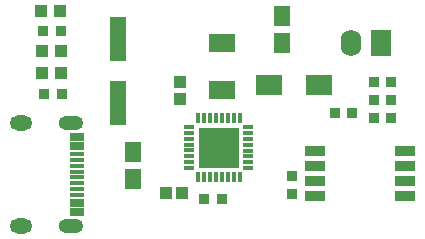
<source format=gts>
G04*
G04 #@! TF.GenerationSoftware,Altium Limited,Altium Designer,20.2.6 (244)*
G04*
G04 Layer_Color=8388736*
%FSLAX25Y25*%
%MOIN*%
G70*
G04*
G04 #@! TF.SameCoordinates,3D68E59D-D58F-4EE4-A00C-4EB088E58223*
G04*
G04*
G04 #@! TF.FilePolarity,Negative*
G04*
G01*
G75*
%ADD25R,0.05524X0.14580*%
%ADD26R,0.03575X0.03802*%
%ADD27R,0.03802X0.03575*%
%ADD28R,0.05800X0.06800*%
%ADD29R,0.04725X0.02559*%
%ADD30R,0.04725X0.01575*%
%ADD31R,0.04343X0.03950*%
%ADD32R,0.09147X0.06312*%
%ADD33R,0.03950X0.03950*%
%ADD34R,0.08674X0.07072*%
%ADD35R,0.06706X0.03800*%
%ADD36R,0.03543X0.01496*%
%ADD37R,0.01496X0.03543*%
%ADD38R,0.13780X0.13780*%
%ADD39R,0.03950X0.04343*%
%ADD40O,0.08268X0.04725*%
%ADD41O,0.07480X0.05118*%
%ADD42R,0.06800X0.08800*%
%ADD43O,0.06800X0.08800*%
%ADD44C,0.03800*%
D25*
X202000Y340988D02*
D03*
Y362012D02*
D03*
D26*
X287034Y342000D02*
D03*
X292966D02*
D03*
X236466Y309000D02*
D03*
X230534D02*
D03*
X287034Y336000D02*
D03*
X292966D02*
D03*
X287034Y348000D02*
D03*
X292966D02*
D03*
X177125Y343935D02*
D03*
X183057D02*
D03*
X176869Y364735D02*
D03*
X182801D02*
D03*
X274034Y337500D02*
D03*
X279966D02*
D03*
D27*
X260000Y316466D02*
D03*
Y310534D02*
D03*
D28*
X207000Y324500D02*
D03*
Y315500D02*
D03*
X256500Y369984D02*
D03*
Y360984D02*
D03*
D29*
X188350Y329598D02*
D03*
Y326448D02*
D03*
Y307551D02*
D03*
Y304401D02*
D03*
D30*
Y323889D02*
D03*
Y321920D02*
D03*
Y319953D02*
D03*
Y317985D02*
D03*
Y316016D02*
D03*
Y314048D02*
D03*
Y312078D02*
D03*
Y310109D02*
D03*
D31*
X222500Y342244D02*
D03*
Y347756D02*
D03*
D32*
X236500Y345016D02*
D03*
Y360984D02*
D03*
D33*
X182619Y371488D02*
D03*
X176323Y371461D02*
D03*
X176439Y358244D02*
D03*
X182735Y358271D02*
D03*
X182869Y350972D02*
D03*
X176573Y350945D02*
D03*
D34*
X268768Y347000D02*
D03*
X252232D02*
D03*
D35*
X297500Y315000D02*
D03*
X267500D02*
D03*
Y320000D02*
D03*
X297500D02*
D03*
Y325000D02*
D03*
X267500D02*
D03*
Y310000D02*
D03*
X297500D02*
D03*
D36*
X245342Y319110D02*
D03*
Y321073D02*
D03*
Y323042D02*
D03*
Y325010D02*
D03*
Y326979D02*
D03*
Y328947D02*
D03*
Y330916D02*
D03*
Y332884D02*
D03*
X225658Y332896D02*
D03*
Y330927D02*
D03*
Y328959D02*
D03*
Y326990D02*
D03*
Y325022D02*
D03*
Y323053D02*
D03*
Y321085D02*
D03*
Y319116D02*
D03*
D37*
X242382Y335842D02*
D03*
X240413D02*
D03*
X238445D02*
D03*
X236476D02*
D03*
X234508D02*
D03*
X232539D02*
D03*
X230571D02*
D03*
X228602D02*
D03*
X228610Y316158D02*
D03*
X230579D02*
D03*
X232547D02*
D03*
X234516D02*
D03*
X236484D02*
D03*
X238453D02*
D03*
X240421D02*
D03*
X242390D02*
D03*
D38*
X235500Y326000D02*
D03*
D39*
X223256Y311000D02*
D03*
X217744D02*
D03*
D40*
X186186Y334028D02*
D03*
Y299973D02*
D03*
D41*
X169650Y334028D02*
D03*
Y299973D02*
D03*
D42*
X289500Y361000D02*
D03*
D43*
X279657D02*
D03*
D44*
X235500Y322000D02*
D03*
X231500D02*
D03*
X235500Y326000D02*
D03*
X231500D02*
D03*
X235500Y330000D02*
D03*
X231500D02*
D03*
M02*

</source>
